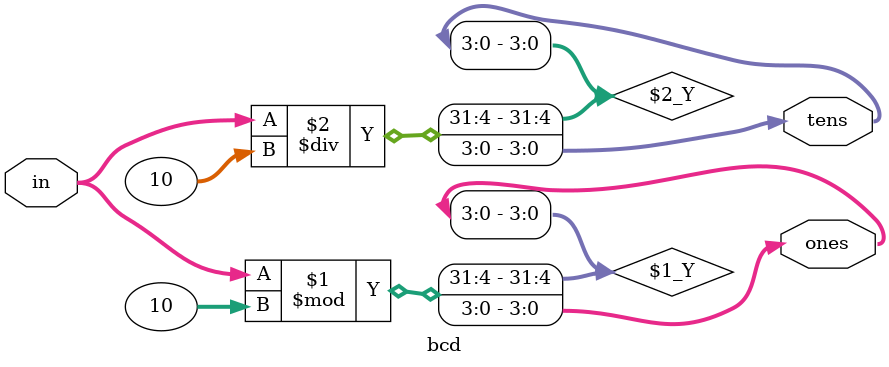
<source format=v>
module bcd (
    input [5:0] in,
    output [3:0] ones,
    output [3:0] tens
);

assign ones = in % 10;
assign tens = in / 10;

endmodule
</source>
